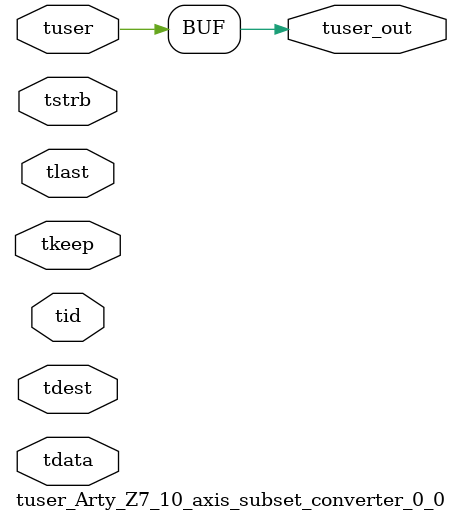
<source format=v>


`timescale 1ps/1ps

module tuser_Arty_Z7_10_axis_subset_converter_0_0 #
(
parameter C_S_AXIS_TUSER_WIDTH = 1,
parameter C_S_AXIS_TDATA_WIDTH = 32,
parameter C_S_AXIS_TID_WIDTH   = 0,
parameter C_S_AXIS_TDEST_WIDTH = 0,
parameter C_M_AXIS_TUSER_WIDTH = 1
)
(
input  [(C_S_AXIS_TUSER_WIDTH == 0 ? 1 : C_S_AXIS_TUSER_WIDTH)-1:0     ] tuser,
input  [(C_S_AXIS_TDATA_WIDTH == 0 ? 1 : C_S_AXIS_TDATA_WIDTH)-1:0     ] tdata,
input  [(C_S_AXIS_TID_WIDTH   == 0 ? 1 : C_S_AXIS_TID_WIDTH)-1:0       ] tid,
input  [(C_S_AXIS_TDEST_WIDTH == 0 ? 1 : C_S_AXIS_TDEST_WIDTH)-1:0     ] tdest,
input  [(C_S_AXIS_TDATA_WIDTH/8)-1:0 ] tkeep,
input  [(C_S_AXIS_TDATA_WIDTH/8)-1:0 ] tstrb,
input                                                                    tlast,
output [C_M_AXIS_TUSER_WIDTH-1:0] tuser_out
);

assign tuser_out = {tuser[0:0]};

endmodule


</source>
